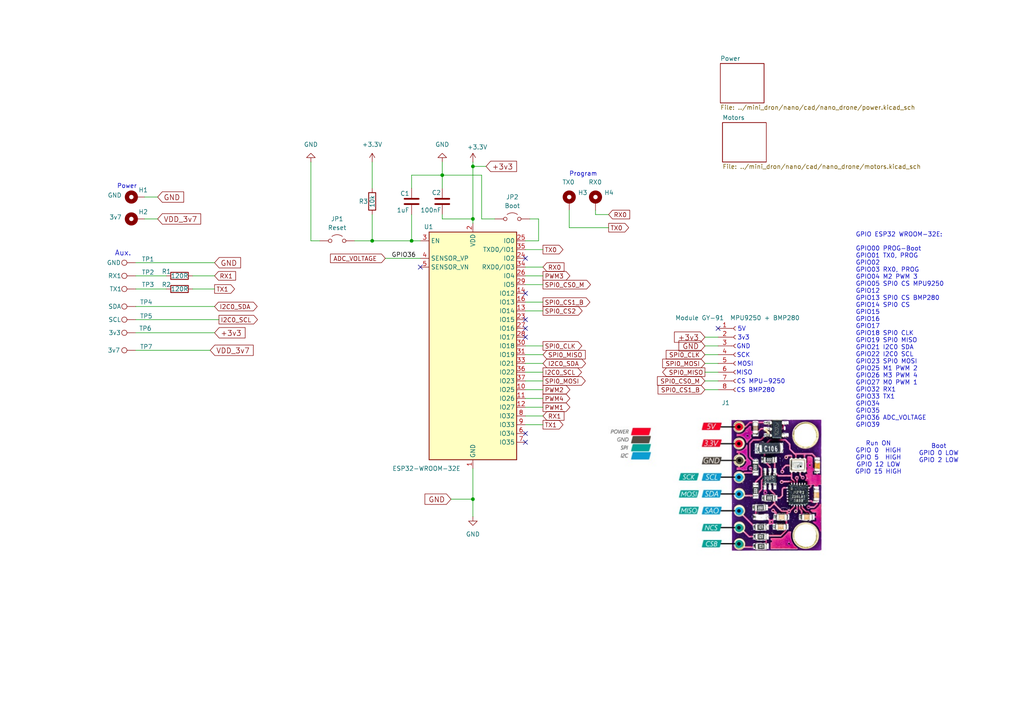
<source format=kicad_sch>
(kicad_sch (version 20250114) (generator "eeschema") (generator_version "9.0")
  (paper "A4")
  (title_block (date "2024-12-22"))
  (lib_symbols
    (symbol "Connector:Conn_01x08_Socket" (pin_names (offset 1.016) (hide yes))
      (property "Reference" "J" (at 0 10.16 0))
      (property "Value" "Conn_01x08_Socket" (at 0 -12.7 0))
      (symbol "Conn_01x08_Socket_1_1"
        (polyline (pts (xy -1.27 7.62) (xy -0.508 7.62)) (stroke (width 0.1524)))
        (polyline (pts (xy -1.27 5.08) (xy -0.508 5.08)) (stroke (width 0.1524)))
        (polyline (pts (xy -1.27 2.54) (xy -0.508 2.54)) (stroke (width 0.1524)))
        (polyline (pts (xy -1.27 0) (xy -0.508 0)) (stroke (width 0.1524)))
        (polyline (pts (xy -1.27 -2.54) (xy -0.508 -2.54)) (stroke (width 0.1524)))
        (polyline (pts (xy -1.27 -5.08) (xy -0.508 -5.08)) (stroke (width 0.1524)))
        (polyline (pts (xy -1.27 -7.62) (xy -0.508 -7.62)) (stroke (width 0.1524)))
        (polyline (pts (xy -1.27 -10.16) (xy -0.508 -10.16)) (stroke (width 0.1524)))
        (arc (start 0 7.112) (mid -0.5058 7.62) (end 0 8.128) (stroke (width 0.1524)))
        (arc (start 0 4.572) (mid -0.5058 5.08) (end 0 5.588) (stroke (width 0.1524)))
        (arc (start 0 2.032) (mid -0.5058 2.54) (end 0 3.048) (stroke (width 0.1524)))
        (arc (start 0 -0.508) (mid -0.5058 0) (end 0 0.508) (stroke (width 0.1524)))
        (arc (start 0 -3.048) (mid -0.5058 -2.54) (end 0 -2.032) (stroke (width 0.1524)))
        (arc (start 0 -5.588) (mid -0.5058 -5.08) (end 0 -4.572) (stroke (width 0.1524)))
        (arc (start 0 -8.128) (mid -0.5058 -7.62) (end 0 -7.112) (stroke (width 0.1524)))
        (arc (start 0 -10.668) (mid -0.5058 -10.16) (end 0 -9.652) (stroke (width 0.1524)))
        (pin passive line (at -5.08 7.62 0) (length 3.81) (name "Pin_1") (number "1"))
        (pin passive line (at -5.08 5.08 0) (length 3.81) (name "Pin_2") (number "2"))
        (pin passive line (at -5.08 2.54 0) (length 3.81) (name "Pin_3") (number "3"))
        (pin passive line (at -5.08 0 0) (length 3.81) (name "Pin_4") (number "4"))
        (pin passive line (at -5.08 -2.54 0) (length 3.81) (name "Pin_5") (number "5"))
        (pin passive line (at -5.08 -5.08 0) (length 3.81) (name "Pin_6") (number "6"))
        (pin passive line (at -5.08 -7.62 0) (length 3.81) (name "Pin_7") (number "7"))
        (pin passive line (at -5.08 -10.16 0) (length 3.81) (name "Pin_8") (number "8"))
      )
    )
    (symbol "Connector:TestPoint" (pin_numbers (hide yes)) (pin_names (offset 0.762) (hide yes))
      (property "Reference" "TP" (at 0 6.858 0))
      (property "Value" "TestPoint" (at 0 5.08 0))
      (symbol "TestPoint_0_1"
        (circle (center 0 3.302) (radius 0.762))
      )
      (symbol "TestPoint_1_1"
        (pin passive line (at 0 0 90) (length 2.54) (name "1") (number "1"))
      )
    )
    (symbol "Jumper:Jumper_2_Open" (pin_numbers (hide yes)) (pin_names (offset 0) (hide yes)) (exclude_from_sim yes)
      (property "Reference" "JP" (at 0 2.794 0))
      (property "Value" "Jumper_2_Open" (at 0 -2.286 0))
      (symbol "Jumper_2_Open_0_0"
        (circle (center -2.032 0) (radius 0.508))
        (circle (center 2.032 0) (radius 0.508))
      )
      (symbol "Jumper_2_Open_0_1"
        (arc (start -1.524 1.27) (mid 0 1.778) (end 1.524 1.27))
      )
      (symbol "Jumper_2_Open_1_1"
        (pin passive line (at -5.08 0 0) (length 2.54) (name "A") (number "1"))
        (pin passive line (at 5.08 0 180) (length 2.54) (name "B") (number "2"))
      )
    )
    (symbol "Mechanical:MountingHole_Pad" (pin_numbers (hide yes)) (pin_names (offset 1.016) (hide yes)) (exclude_from_sim yes) (in_bom no)
      (property "Reference" "H" (at 0 6.35 0))
      (property "Value" "MountingHole_Pad" (at 0 4.445 0))
      (symbol "MountingHole_Pad_0_1"
        (circle (center 0 1.27) (radius 1.27) (stroke (width 1.27)))
      )
      (symbol "MountingHole_Pad_1_1"
        (pin input line (at 0 -2.54 90) (length 2.54) (name "1") (number "1"))
      )
    )
    (symbol "RF_Module:ESP32-WROOM-32E"
      (property "Reference" "U" (at -12.7 34.29 0))
      (property "Value" "ESP32-WROOM-32E" (at 1.27 34.29 0))
      (symbol "ESP32-WROOM-32E_0_1"
        (rectangle (start -12.7 33.02) (end 12.7 -33.02) (stroke (width 0.254)) (fill (type background)))
      )
      (symbol "ESP32-WROOM-32E_1_1"
        (pin input line (at -15.24 30.48 0) (length 2.54) (name "EN") (number "3"))
        (pin input line (at -15.24 25.4 0) (length 2.54) (name "SENSOR_VP") (number "4"))
        (pin input line (at -15.24 22.86 0) (length 2.54) (name "SENSOR_VN") (number "5"))
        (pin no_connect line (at -12.7 0 0) (length 2.54) (hide yes) (name "NC") (number "21"))
        (pin no_connect line (at -12.7 -2.54 0) (length 2.54) (hide yes) (name "NC") (number "22"))
        (pin no_connect line (at -12.7 -5.08 0) (length 2.54) (hide yes) (name "NC") (number "17"))
        (pin no_connect line (at -12.7 -7.62 0) (length 2.54) (hide yes) (name "NC") (number "18"))
        (pin no_connect line (at -12.7 -10.16 0) (length 2.54) (hide yes) (name "NC") (number "20"))
        (pin no_connect line (at -12.7 -12.7 0) (length 2.54) (hide yes) (name "NC") (number "19"))
        (pin no_connect line (at -12.7 -27.94 0) (length 2.54) (hide yes) (name "NC") (number "32"))
        (pin power_in line (at 0 35.56 270) (length 2.54) (name "VDD") (number "2"))
        (pin power_in line (at 0 -35.56 90) (length 2.54) (name "GND") (number "1"))
        (pin passive line (at 0 -35.56 90) (length 2.54) (hide yes) (name "GND") (number "15"))
        (pin passive line (at 0 -35.56 90) (length 2.54) (hide yes) (name "GND") (number "38"))
        (pin passive line (at 0 -35.56 90) (length 2.54) (hide yes) (name "GND") (number "39"))
        (pin bidirectional line (at 15.24 30.48 180) (length 2.54) (name "IO0") (number "25"))
        (pin bidirectional line (at 15.24 27.94 180) (length 2.54) (name "TXD0/IO1") (number "35"))
        (pin bidirectional line (at 15.24 25.4 180) (length 2.54) (name "IO2") (number "24"))
        (pin bidirectional line (at 15.24 22.86 180) (length 2.54) (name "RXD0/IO3") (number "34"))
        (pin bidirectional line (at 15.24 20.32 180) (length 2.54) (name "IO4") (number "26"))
        (pin bidirectional line (at 15.24 17.78 180) (length 2.54) (name "IO5") (number "29"))
        (pin bidirectional line (at 15.24 15.24 180) (length 2.54) (name "IO12") (number "14"))
        (pin bidirectional line (at 15.24 12.7 180) (length 2.54) (name "IO13") (number "16"))
        (pin bidirectional line (at 15.24 10.16 180) (length 2.54) (name "IO14") (number "13"))
        (pin bidirectional line (at 15.24 7.62 180) (length 2.54) (name "IO15") (number "23"))
        (pin bidirectional line (at 15.24 5.08 180) (length 2.54) (name "IO16") (number "27"))
        (pin bidirectional line (at 15.24 2.54 180) (length 2.54) (name "IO17") (number "28"))
        (pin bidirectional line (at 15.24 0 180) (length 2.54) (name "IO18") (number "30"))
        (pin bidirectional line (at 15.24 -2.54 180) (length 2.54) (name "IO19") (number "31"))
        (pin bidirectional line (at 15.24 -5.08 180) (length 2.54) (name "IO21") (number "33"))
        (pin bidirectional line (at 15.24 -7.62 180) (length 2.54) (name "IO22") (number "36"))
        (pin bidirectional line (at 15.24 -10.16 180) (length 2.54) (name "IO23") (number "37"))
        (pin bidirectional line (at 15.24 -12.7 180) (length 2.54) (name "IO25") (number "10"))
        (pin bidirectional line (at 15.24 -15.24 180) (length 2.54) (name "IO26") (number "11"))
        (pin bidirectional line (at 15.24 -17.78 180) (length 2.54) (name "IO27") (number "12"))
        (pin bidirectional line (at 15.24 -20.32 180) (length 2.54) (name "IO32") (number "8"))
        (pin bidirectional line (at 15.24 -22.86 180) (length 2.54) (name "IO33") (number "9"))
        (pin input line (at 15.24 -25.4 180) (length 2.54) (name "IO34") (number "6"))
        (pin input line (at 15.24 -27.94 180) (length 2.54) (name "IO35") (number "7"))
      )
    )
    (symbol "dronPi-rescue:C" (pin_numbers (hide yes)) (pin_names (offset 0.254))
      (property "Reference" "C" (at 0.635 2.54 0))
      (property "Value" "C" (at 0.635 -2.54 0))
      (symbol "C_0_1"
        (polyline (pts (xy -2.032 0.762) (xy 2.032 0.762)) (stroke (width 0.508)))
        (polyline (pts (xy -2.032 -0.762) (xy 2.032 -0.762)) (stroke (width 0.508)))
      )
      (symbol "C_1_1"
        (pin passive line (at 0 3.81 270) (length 2.794) (name "~") (number "1"))
        (pin passive line (at 0 -3.81 90) (length 2.794) (name "~") (number "2"))
      )
    )
    (symbol "dronPi-rescue:R" (pin_numbers (hide yes)) (pin_names (offset 0))
      (property "Reference" "R" (at 2.032 0 90))
      (property "Value" "R" (at 0 0 90))
      (symbol "R_0_1"
        (rectangle (start -1.016 -2.54) (end 1.016 2.54) (stroke (width 0.254)))
      )
      (symbol "R_1_1"
        (pin passive line (at 0 3.81 270) (length 1.27) (name "~") (number "1"))
        (pin passive line (at 0 -3.81 90) (length 1.27) (name "~") (number "2"))
      )
    )
    (symbol "power:+3.3V" (power) (pin_numbers (hide yes)) (pin_names (offset 0) (hide yes))
      (property "Value" "+3.3V" (at 0 3.556 0))
      (symbol "+3.3V_0_1"
        (polyline (pts (xy -0.762 1.27) (xy 0 2.54)))
        (polyline (pts (xy 0 2.54) (xy 0.762 1.27)))
        (polyline (pts (xy 0 0) (xy 0 2.54)))
      )
      (symbol "+3.3V_1_1"
        (pin power_in line (at 0 0 90) (length 0) (name "~") (number "1"))
      )
    )
    (symbol "power:GND" (power) (pin_numbers (hide yes)) (pin_names (offset 0) (hide yes))
      (property "Value" "GND" (at 0 -3.81 0))
      (symbol "GND_0_1"
        (polyline (pts (xy 0 0) (xy 0 -1.27) (xy 1.27 -1.27) (xy 0 -2.54) (xy -1.27 -1.27) (xy 0 -1.27)))
      )
      (symbol "GND_1_1"
        (pin power_in line (at 0 0 270) (length 0) (name "~") (number "1"))
      )
    )
  )
  (text "GPIO ESP32 WROOM-32E:\n\nGPIO00 PROG-Boot\nGPIO01 TX0, PROG\nGPIO02 \nGPIO03 RX0, PROG\nGPIO04 M2 PWM 3\nGPIO05 SPI0 CS MPU9250\nGPIO12 \nGPIO13 SPI0 CS BMP280\nGPIO14 SPI0 CS\nGPIO15 \nGPIO16 \nGPIO17 \nGPIO18 SPI0 CLK\nGPIO19 SPI0 MISO\nGPIO21 I2C0 SDA\nGPIO22 I2C0 SCL\nGPIO23 SPI0 MOSI\nGPIO25 M1 PWM 2\nGPIO26 M3 PWM 4\nGPIO27 M0 PWM 1\nGPIO32 RX1\nGPIO33 TX1\nGPIO34 \nGPIO35 \nGPIO36 ADC_VOLTAGE \nGPIO39 " (at 248.158 95.758 0) (effects (font (size 1.27 1.27)) (justify left)))
  (text "Aux." (at 38.1 74.422 0) (effects (font (size 1.524 1.524)) (justify right bottom)))
  (text "Program" (at 169.164 50.546 0) (effects (font (size 1.27 1.27))))
  (text "SCK" (at 215.646 103.124 0) (effects (font (size 1.27 1.27))))
  (text "3v3" (at 215.646 98.044 0) (effects (font (size 1.27 1.27))))
  (text "CS MPU-9250" (at 220.726 110.744 0) (effects (font (size 1.27 1.27))))
  (text "GND" (at 215.646 100.584 0) (effects (font (size 1.27 1.27))))
  (text "MISO" (at 215.9 108.204 0) (effects (font (size 1.27 1.27))))
  (text "MOSI" (at 216.154 105.664 0) (effects (font (size 1.27 1.27))))
  (text "CS BMP280" (at 219.202 113.284 0) (effects (font (size 1.27 1.27))))
  (text "Boot\nGPIO 0 LOW\nGPIO 2 LOW" (at 272.288 131.572 0) (effects (font (size 1.27 1.27))))
  (text "5V" (at 215.138 95.504 0) (effects (font (size 1.27 1.27))))
  (text "Power" (at 36.83 54.102 0) (effects (font (size 1.27 1.27))))
  (text "Run ON\nGPIO 0  HIGH\nGPIO 5  HIGH\nGPIO 12 LOW\nGPIO 15 HIGH" (at 254.762 132.842 0) (effects (font (size 1.27 1.27))))
  (junction (at 137.16 144.78))
  (junction (at 119.38 69.85))
  (junction (at 137.16 48.26))
  (junction (at 107.95 69.85))
  (junction (at 128.27 50.8))
  (junction (at 137.16 63.5))
  (no_connect (at 152.4 97.79))
  (no_connect (at 152.4 128.27))
  (no_connect (at 208.28 95.25))
  (no_connect (at 152.4 74.93))
  (no_connect (at 152.4 92.71))
  (no_connect (at 152.4 85.09))
  (no_connect (at 152.4 125.73))
  (no_connect (at 121.92 77.47))
  (no_connect (at 152.4 95.25))
  (wire (pts (xy 39.37 88.9) (xy 62.23 88.9)))
  (wire (pts (xy 39.37 92.71) (xy 63.5 92.71)))
  (wire (pts (xy 119.38 69.85) (xy 107.95 69.85)))
  (wire (pts (xy 39.37 101.6) (xy 60.96 101.6)))
  (wire (pts (xy 152.4 90.17) (xy 157.48 90.17)))
  (wire (pts (xy 204.47 107.95) (xy 208.28 107.95)))
  (wire (pts (xy 152.4 100.33) (xy 157.48 100.33)))
  (wire (pts (xy 55.88 83.82) (xy 62.23 83.82)))
  (wire (pts (xy 121.92 69.85) (xy 119.38 69.85)))
  (wire (pts (xy 128.27 62.23) (xy 128.27 63.5)))
  (wire (pts (xy 204.47 100.33) (xy 208.28 100.33)))
  (wire (pts (xy 55.88 80.01) (xy 62.23 80.01)))
  (wire (pts (xy 152.4 123.19) (xy 157.48 123.19)))
  (wire (pts (xy 39.37 83.82) (xy 48.26 83.82)))
  (wire (pts (xy 107.95 69.85) (xy 107.95 62.23)))
  (wire (pts (xy 204.47 102.87) (xy 208.28 102.87)))
  (wire (pts (xy 128.27 50.8) (xy 139.7 50.8)))
  (wire (pts (xy 152.4 110.49) (xy 157.48 110.49)))
  (wire (pts (xy 137.16 135.89) (xy 137.16 144.78)))
  (wire (pts (xy 152.4 87.63) (xy 157.48 87.63)))
  (wire (pts (xy 156.21 63.5) (xy 156.21 69.85)))
  (wire (pts (xy 128.27 46.99) (xy 128.27 50.8)))
  (wire (pts (xy 90.17 46.99) (xy 90.17 69.85)))
  (wire (pts (xy 152.4 105.41) (xy 157.48 105.41)))
  (wire (pts (xy 152.4 115.57) (xy 157.48 115.57)))
  (wire (pts (xy 39.37 76.2) (xy 62.23 76.2)))
  (wire (pts (xy 140.97 48.26) (xy 137.16 48.26)))
  (wire (pts (xy 139.7 63.5) (xy 143.51 63.5)))
  (wire (pts (xy 165.1 66.04) (xy 165.1 60.96)))
  (wire (pts (xy 152.4 82.55) (xy 157.48 82.55)))
  (wire (pts (xy 152.4 80.01) (xy 157.48 80.01)))
  (wire (pts (xy 137.16 63.5) (xy 137.16 64.77)))
  (wire (pts (xy 204.47 113.03) (xy 208.28 113.03)))
  (wire (pts (xy 152.4 107.95) (xy 157.48 107.95)))
  (wire (pts (xy 128.27 54.61) (xy 128.27 50.8)))
  (wire (pts (xy 92.71 69.85) (xy 90.17 69.85)))
  (wire (pts (xy 39.37 96.52) (xy 62.23 96.52)))
  (wire (pts (xy 128.27 63.5) (xy 137.16 63.5)))
  (wire (pts (xy 204.47 110.49) (xy 208.28 110.49)))
  (wire (pts (xy 176.53 62.23) (xy 172.72 62.23)))
  (wire (pts (xy 119.38 69.85) (xy 119.38 62.23)))
  (wire (pts (xy 153.67 63.5) (xy 156.21 63.5)))
  (wire (pts (xy 107.95 46.99) (xy 107.95 54.61)))
  (wire (pts (xy 152.4 77.47) (xy 157.48 77.47)))
  (wire (pts (xy 152.4 120.65) (xy 157.48 120.65)))
  (wire (pts (xy 139.7 50.8) (xy 139.7 63.5)))
  (wire (pts (xy 137.16 46.99) (xy 137.16 48.26)))
  (wire (pts (xy 41.91 63.5) (xy 45.72 63.5)))
  (wire (pts (xy 137.16 144.78) (xy 130.81 144.78)))
  (wire (pts (xy 172.72 62.23) (xy 172.72 60.96)))
  (wire (pts (xy 111.76 74.93) (xy 121.92 74.93)))
  (wire (pts (xy 152.4 72.39) (xy 157.48 72.39)))
  (wire (pts (xy 102.87 69.85) (xy 107.95 69.85)))
  (wire (pts (xy 137.16 48.26) (xy 137.16 63.5)))
  (wire (pts (xy 41.91 57.15) (xy 45.72 57.15)))
  (wire (pts (xy 119.38 50.8) (xy 119.38 54.61)))
  (wire (pts (xy 137.16 144.78) (xy 137.16 149.86)))
  (wire (pts (xy 204.47 97.79) (xy 208.28 97.79)))
  (wire (pts (xy 152.4 69.85) (xy 156.21 69.85)))
  (wire (pts (xy 39.37 80.01) (xy 48.26 80.01)))
  (wire (pts (xy 152.4 118.11) (xy 157.48 118.11)))
  (wire (pts (xy 152.4 102.87) (xy 157.48 102.87)))
  (wire (pts (xy 128.27 50.8) (xy 119.38 50.8)))
  (wire (pts (xy 204.47 105.41) (xy 208.28 105.41)))
  (wire (pts (xy 152.4 113.03) (xy 157.48 113.03)))
  (wire (pts (xy 176.53 66.04) (xy 165.1 66.04)))
  (image (at 205.74 140.97) (scale 0.552692))
  (label "GPIO36" (at 120.65 74.93 180))
  (global_label "I2C0_SCL" (shape output) (at 157.48 107.95 0) (property "Intersheetrefs" "${INTERSHEET_REFS}" (effects (hide yes))))
  (global_label "PWM1" (shape output) (at 157.48 118.11 0) (property "Intersheetrefs" "${INTERSHEET_REFS}" (effects (hide yes))))
  (global_label "SPI0_CS1_B" (shape input) (at 204.47 113.03 180) (property "Intersheetrefs" "${INTERSHEET_REFS}" (effects (hide yes))))
  (global_label "PWM2" (shape output) (at 157.48 113.03 0) (property "Intersheetrefs" "${INTERSHEET_REFS}" (effects (hide yes))))
  (global_label "ADC_VOLTAGE " (shape input) (at 111.76 74.93 180) (property "Intersheetrefs" "${INTERSHEET_REFS}" (effects (hide yes))))
  (global_label "RX0" (shape input) (at 157.48 77.47 0) (property "Intersheetrefs" "${INTERSHEET_REFS}" (effects (hide yes))))
  (global_label "RX1" (shape input) (at 62.23 80.01 0) (property "Intersheetrefs" "${INTERSHEET_REFS}" (effects (hide yes))))
  (global_label "VDD_3v7" (shape input) (at 60.96 101.6 0) (effects (font (size 1.524 1.524))) (property "Intersheetrefs" "${INTERSHEET_REFS}" (effects (hide yes))))
  (global_label "+3v3" (shape input) (at 62.23 96.52 0) (effects (font (size 1.524 1.524))) (property "Intersheetrefs" "${INTERSHEET_REFS}" (effects (hide yes))))
  (global_label "RX1" (shape input) (at 157.48 120.65 0) (property "Intersheetrefs" "${INTERSHEET_REFS}" (effects (hide yes))))
  (global_label "SPI0_CS1_B" (shape output) (at 157.48 87.63 0) (property "Intersheetrefs" "${INTERSHEET_REFS}" (effects (hide yes))))
  (global_label "GND" (shape input) (at 204.47 100.33 180) (effects (font (size 1.524 1.524))) (property "Intersheetrefs" "${INTERSHEET_REFS}" (effects (hide yes))))
  (global_label "VDD_3v7" (shape input) (at 45.72 63.5 0) (effects (font (size 1.524 1.524))) (property "Intersheetrefs" "${INTERSHEET_REFS}" (effects (hide yes))))
  (global_label "SPI0_CLK" (shape input) (at 204.47 102.87 180) (property "Intersheetrefs" "${INTERSHEET_REFS}" (effects (hide yes))))
  (global_label "I2C0_SDA" (shape bidirectional) (at 62.23 88.9 0) (property "Intersheetrefs" "${INTERSHEET_REFS}" (effects (hide yes))))
  (global_label "SPI0_MOSI" (shape output) (at 157.48 110.49 0) (property "Intersheetrefs" "${INTERSHEET_REFS}" (effects (hide yes))))
  (global_label "SPI0_CS2" (shape output) (at 157.48 90.17 0) (property "Intersheetrefs" "${INTERSHEET_REFS}" (effects (hide yes))))
  (global_label "I2C0_SCL" (shape output) (at 63.5 92.71 0) (property "Intersheetrefs" "${INTERSHEET_REFS}" (effects (hide yes))))
  (global_label "GND" (shape input) (at 130.81 144.78 180) (effects (font (size 1.524 1.524))) (property "Intersheetrefs" "${INTERSHEET_REFS}" (effects (hide yes))))
  (global_label "TX1" (shape output) (at 62.23 83.82 0) (property "Intersheetrefs" "${INTERSHEET_REFS}" (effects (hide yes))))
  (global_label "+3v3" (shape input) (at 204.47 97.79 180) (effects (font (size 1.524 1.524))) (property "Intersheetrefs" "${INTERSHEET_REFS}" (effects (hide yes))))
  (global_label "SPI0_CS0_M" (shape input) (at 204.47 110.49 180) (property "Intersheetrefs" "${INTERSHEET_REFS}" (effects (hide yes))))
  (global_label "SPI0_CS0_M" (shape output) (at 157.48 82.55 0) (property "Intersheetrefs" "${INTERSHEET_REFS}" (effects (hide yes))))
  (global_label "SPI0_MOSI" (shape input) (at 204.47 105.41 180) (property "Intersheetrefs" "${INTERSHEET_REFS}" (effects (hide yes))))
  (global_label "GND" (shape input) (at 62.23 76.2 0) (effects (font (size 1.524 1.524))) (property "Intersheetrefs" "${INTERSHEET_REFS}" (effects (hide yes))))
  (global_label "RX0" (shape input) (at 176.53 62.23 0) (property "Intersheetrefs" "${INTERSHEET_REFS}" (effects (hide yes))))
  (global_label "+3v3" (shape input) (at 140.97 48.26 0) (effects (font (size 1.524 1.524))) (property "Intersheetrefs" "${INTERSHEET_REFS}" (effects (hide yes))))
  (global_label "GND" (shape input) (at 45.72 57.15 0) (effects (font (size 1.524 1.524))) (property "Intersheetrefs" "${INTERSHEET_REFS}" (effects (hide yes))))
  (global_label "SPI0_CLK" (shape output) (at 157.48 100.33 0) (property "Intersheetrefs" "${INTERSHEET_REFS}" (effects (hide yes))))
  (global_label "PWM4" (shape output) (at 157.48 115.57 0) (property "Intersheetrefs" "${INTERSHEET_REFS}" (effects (hide yes))))
  (global_label "I2C0_SDA" (shape bidirectional) (at 157.48 105.41 0) (property "Intersheetrefs" "${INTERSHEET_REFS}" (effects (hide yes))))
  (global_label "TX0" (shape output) (at 157.48 72.39 0) (property "Intersheetrefs" "${INTERSHEET_REFS}" (effects (hide yes))))
  (global_label "TX0" (shape output) (at 176.53 66.04 0) (property "Intersheetrefs" "${INTERSHEET_REFS}" (effects (hide yes))))
  (global_label "TX1" (shape output) (at 157.48 123.19 0) (property "Intersheetrefs" "${INTERSHEET_REFS}" (effects (hide yes))))
  (global_label "SPI0_MISO" (shape input) (at 157.48 102.87 0) (property "Intersheetrefs" "${INTERSHEET_REFS}" (effects (hide yes))))
  (global_label "SPI0_MISO" (shape output) (at 204.47 107.95 180) (property "Intersheetrefs" "${INTERSHEET_REFS}" (effects (hide yes))))
  (global_label "PWM3" (shape output) (at 157.48 80.01 0) (property "Intersheetrefs" "${INTERSHEET_REFS}" (effects (hide yes))))
  (symbol (lib_id "RF_Module:ESP32-WROOM-32E") (at 137.16 100.33 0) (unit 1)
    (property "Reference" "U1" (at 122.936 65.786 0) (effects (justify left)))
    (property "Value" "ESP32-WROOM-32E" (at 113.792 135.89 0) (effects (justify left)))
    (property "Footprint" "RF_Module:ESP32-WROOM-32D" (effects (hide yes)))
    (property "Datasheet" "https://www.espressif.com/sites/default/files/documentation/esp32-wroom-32e_esp32-wroom-32ue_datasheet_en.pdf" (effects (hide yes)))
    (property "Description" "RF Module, ESP32-D0WD-V3 SoC, without PSRAM, Wi-Fi 802.11b/g/n, Bluetooth, BLE, 32-bit, 2.7-3.6V, onboard antenna, SMD" (effects (hide yes)))
  )
  (symbol (lib_id "Mechanical:MountingHole_Pad") (at 165.1 58.42 0) (unit 1) (exclude_from_sim yes) (in_bom no)
    (property "Reference" "H3" (at 167.64 55.8799 0) (effects (justify left)))
    (property "Value" "TX0" (at 163.068 52.832 0) (effects (justify left)))
    (property "Footprint" "Connector_Pin:Pin_D0.9mm_L10.0mm_W2.4mm_FlatFork" (effects (hide yes)))
    (property "Description" "Mounting Hole with connection" (effects (hide yes)))
  )
  (symbol (lib_id "dronPi-rescue:C") (at 119.38 58.42 0) (unit 1)
    (property "Reference" "C1" (at 116.078 56.134 0) (effects (justify left)))
    (property "Value" "1uF" (at 115.062 60.96 0) (effects (justify left)))
    (property "Footprint" "Capacitor_SMD:C_0805_2012Metric" (effects (hide yes)))
  )
  (symbol (lib_id "power:GND") (at 90.17 46.99 180) (unit 1)
    (property "Reference" "#PWR01" (effects (hide yes)))
    (property "Value" "GND" (at 90.17 41.91 0))
    (property "Description" "Power symbol creates a global label with name \"GND\" , ground" (effects (hide yes)))
  )
  (symbol (lib_id "dronPi-rescue:C") (at 128.27 58.42 0) (unit 1)
    (property "Reference" "C2" (at 125.222 55.88 0) (effects (justify left)))
    (property "Value" "100nF" (at 121.92 60.96 0) (effects (justify left)))
    (property "Footprint" "Capacitor_SMD:C_0805_2012Metric" (effects (hide yes)))
  )
  (symbol (lib_id "Connector:Conn_01x08_Socket") (at 213.36 102.87 0) (unit 1)
    (property "Reference" "J1" (at 209.296 116.84 0) (effects (justify left)))
    (property "Value" "Module GY-91  MPU9250 + BMP280" (at 195.834 92.202 0) (effects (justify left)))
    (property "Footprint" "Connector_PinHeader_2.54mm:PinHeader_1x08_P2.54mm_Vertical" (effects (hide yes)))
    (property "Description" "Generic connector, single row, 01x08, script generated" (effects (hide yes)))
  )
  (symbol (lib_id "Connector:TestPoint") (at 39.37 96.52 90) (unit 1)
    (property "Reference" "TP6" (at 42.164 95.25 90))
    (property "Value" "3v3" (at 33.274 96.52 90))
    (property "Footprint" "TestPoint:TestPoint_Pad_2.5x2.5mm" (effects (hide yes)))
    (property "Description" "test point" (effects (hide yes)))
  )
  (symbol (lib_id "power:GND") (at 128.27 46.99 180) (unit 1)
    (property "Reference" "#PWR03" (effects (hide yes)))
    (property "Value" "GND" (at 128.27 41.91 0))
    (property "Description" "Power symbol creates a global label with name \"GND\" , ground" (effects (hide yes)))
  )
  (symbol (lib_id "Jumper:Jumper_2_Open") (at 148.59 63.5 0) (unit 1) (exclude_from_sim yes)
    (property "Reference" "JP2" (at 148.59 57.15 0))
    (property "Value" "Boot" (at 148.59 59.69 0))
    (property "Footprint" "TestPoint:TestPoint_2Pads_Pitch2.54mm_Drill0.8mm" (effects (hide yes)))
    (property "Description" "Jumper, 2-pole, open" (effects (hide yes)))
  )
  (symbol (lib_id "Connector:TestPoint") (at 39.37 80.01 90) (unit 1)
    (property "Reference" "TP2" (at 42.926 78.994 90))
    (property "Value" "RX1" (at 33.274 80.01 90))
    (property "Footprint" "TestPoint:TestPoint_Pad_1.5x1.5mm" (effects (hide yes)))
    (property "Description" "test point" (effects (hide yes)))
  )
  (symbol (lib_id "Mechanical:MountingHole_Pad") (at 39.37 57.15 90) (unit 1) (exclude_from_sim yes) (in_bom no)
    (property "Reference" "H1" (at 42.926 55.118 90) (effects (justify left)))
    (property "Value" "GND" (at 35.306 56.642 90) (effects (justify left)))
    (property "Footprint" "Connector_Pin:Pin_D1.0mm_L10.0mm" (effects (hide yes)))
    (property "Description" "Mounting Hole with connection" (effects (hide yes)))
  )
  (symbol (lib_id "Jumper:Jumper_2_Open") (at 97.79 69.85 0) (unit 1) (exclude_from_sim yes)
    (property "Reference" "JP1" (at 97.79 63.5 0))
    (property "Value" "Reset" (at 97.79 66.04 0))
    (property "Footprint" "TestPoint:TestPoint_2Pads_Pitch2.54mm_Drill0.8mm" (effects (hide yes)))
    (property "Description" "Jumper, 2-pole, open" (effects (hide yes)))
  )
  (symbol (lib_id "power:+3.3V") (at 137.16 46.99 0) (unit 1)
    (property "Reference" "#PWR04" (effects (hide yes)))
    (property "Value" "+3.3V" (at 138.43 42.672 0))
    (property "Description" "Power symbol creates a global label with name \"+3.3V\"" (effects (hide yes)))
  )
  (symbol (lib_id "power:+3.3V") (at 107.95 46.99 0) (unit 1)
    (property "Reference" "#PWR02" (effects (hide yes)))
    (property "Value" "+3.3V" (at 107.95 41.91 0))
    (property "Description" "Power symbol creates a global label with name \"+3.3V\"" (effects (hide yes)))
  )
  (symbol (lib_id "Connector:TestPoint") (at 39.37 83.82 90) (unit 1)
    (property "Reference" "TP3" (at 42.926 82.55 90))
    (property "Value" "TX1" (at 33.528 83.82 90))
    (property "Footprint" "TestPoint:TestPoint_Pad_1.5x1.5mm" (effects (hide yes)))
    (property "Description" "test point" (effects (hide yes)))
  )
  (symbol (lib_id "Connector:TestPoint") (at 39.37 101.6 90) (unit 1)
    (property "Reference" "TP7" (at 42.418 100.584 90))
    (property "Value" "3v7" (at 33.02 101.6 90))
    (property "Footprint" "TestPoint:TestPoint_Pad_2.0x2.0mm" (effects (hide yes)))
    (property "Description" "test point" (effects (hide yes)))
  )
  (symbol (lib_id "Mechanical:MountingHole_Pad") (at 172.72 58.42 0) (unit 1) (exclude_from_sim yes) (in_bom no)
    (property "Reference" "H4" (at 175.26 55.8799 0) (effects (justify left)))
    (property "Value" "RX0" (at 170.688 52.832 0) (effects (justify left)))
    (property "Footprint" "Connector_Pin:Pin_D0.9mm_L10.0mm_W2.4mm_FlatFork" (effects (hide yes)))
    (property "Description" "Mounting Hole with connection" (effects (hide yes)))
  )
  (symbol (lib_id "power:GND") (at 137.16 149.86 0) (unit 1)
    (property "Reference" "#PWR05" (effects (hide yes)))
    (property "Value" "GND" (at 137.16 154.94 0))
    (property "Description" "Power symbol creates a global label with name \"GND\" , ground" (effects (hide yes)))
  )
  (symbol (lib_id "dronPi-rescue:R") (at 52.07 80.01 270) (unit 1)
    (property "Reference" "R1" (at 48.26 78.74 90))
    (property "Value" "120R" (at 52.07 80.01 90))
    (property "Footprint" "Resistor_SMD:R_0805_2012Metric" (effects (hide yes)))
  )
  (symbol (lib_id "dronPi-rescue:R") (at 52.07 83.82 270) (unit 1)
    (property "Reference" "R2" (at 48.26 82.55 90))
    (property "Value" "120R" (at 52.07 83.82 90))
    (property "Footprint" "Resistor_SMD:R_0805_2012Metric" (effects (hide yes)))
  )
  (symbol (lib_id "Mechanical:MountingHole_Pad") (at 39.37 63.5 90) (unit 1) (exclude_from_sim yes) (in_bom no)
    (property "Reference" "H2" (at 42.926 61.468 90) (effects (justify left)))
    (property "Value" "3v7" (at 35.306 62.992 90) (effects (justify left)))
    (property "Footprint" "Connector_Pin:Pin_D1.0mm_L10.0mm" (effects (hide yes)))
    (property "Description" "Mounting Hole with connection" (effects (hide yes)))
  )
  (symbol (lib_id "Connector:TestPoint") (at 39.37 76.2 90) (unit 1)
    (property "Reference" "TP1" (at 42.926 75.184 90))
    (property "Value" "GND" (at 33.02 76.2 90))
    (property "Footprint" "TestPoint:TestPoint_Pad_2.0x2.0mm" (effects (hide yes)))
    (property "Description" "test point" (effects (hide yes)))
  )
  (symbol (lib_id "Connector:TestPoint") (at 39.37 88.9 90) (unit 1)
    (property "Reference" "TP4" (at 42.418 87.63 90))
    (property "Value" "SDA" (at 33.274 88.9 90))
    (property "Footprint" "TestPoint:TestPoint_Pad_1.5x1.5mm" (effects (hide yes)))
    (property "Description" "test point" (effects (hide yes)))
  )
  (symbol (lib_id "Connector:TestPoint") (at 39.37 92.71 90) (unit 1)
    (property "Reference" "TP5" (at 42.418 91.694 90))
    (property "Value" "SCL" (at 33.274 92.71 90))
    (property "Footprint" "TestPoint:TestPoint_Pad_1.5x1.5mm" (effects (hide yes)))
    (property "Description" "test point" (effects (hide yes)))
  )
  (symbol (lib_id "dronPi-rescue:R") (at 107.95 58.42 0) (unit 1)
    (property "Reference" "R3" (at 105.41 58.42 0))
    (property "Value" "10k" (at 107.95 58.42 90))
    (property "Footprint" "Resistor_SMD:R_0805_2012Metric" (effects (hide yes)))
  )
  (sheet (at 209.55 35.56) (size 12.7 11.43) (stroke (width 0.1524))
    (property "Sheetname" "Motors" (at 209.55 34.8484 0) (effects (justify left bottom)))
    (property "Sheetfile" "../mini_dron/nano/cad/nano_drone/motors.kicad_sch" (at 209.55 47.5746 0) (effects (justify left top)))
  )
  (sheet (at 208.915 18.415) (size 12.7 11.43) (stroke (width 0.1524))
    (property "Sheetname" "Power" (at 208.915 17.7034 0) (effects (justify left bottom)))
    (property "Sheetfile" "../mini_dron/nano/cad/nano_drone/power.kicad_sch" (at 208.915 30.4296 0) (effects (justify left top)))
  )
)
</source>
